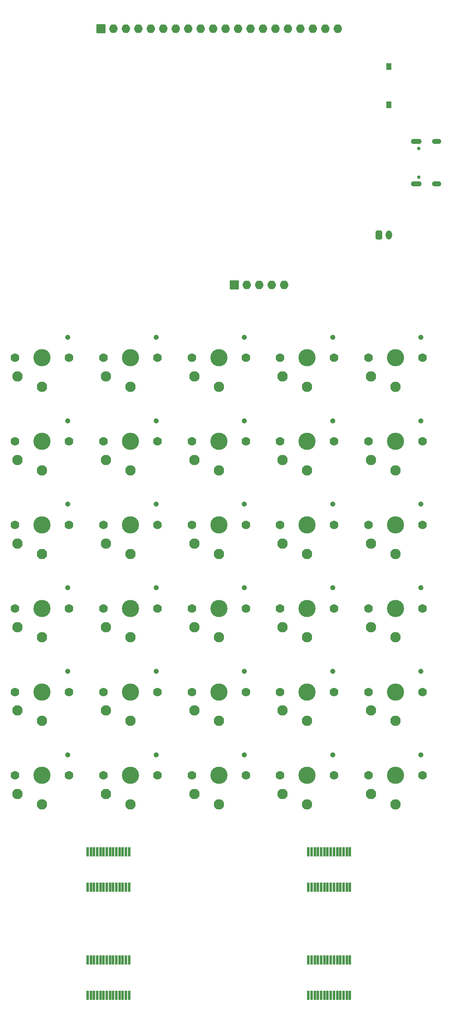
<source format=gbr>
%TF.GenerationSoftware,KiCad,Pcbnew,8.0.7*%
%TF.CreationDate,2024-12-27T14:43:48-05:00*%
%TF.ProjectId,rp2040-programmer-calculator,72703230-3430-42d7-9072-6f6772616d6d,rev?*%
%TF.SameCoordinates,Original*%
%TF.FileFunction,Soldermask,Bot*%
%TF.FilePolarity,Negative*%
%FSLAX46Y46*%
G04 Gerber Fmt 4.6, Leading zero omitted, Abs format (unit mm)*
G04 Created by KiCad (PCBNEW 8.0.7) date 2024-12-27 14:43:48*
%MOMM*%
%LPD*%
G01*
G04 APERTURE LIST*
G04 Aperture macros list*
%AMRoundRect*
0 Rectangle with rounded corners*
0 $1 Rounding radius*
0 $2 $3 $4 $5 $6 $7 $8 $9 X,Y pos of 4 corners*
0 Add a 4 corners polygon primitive as box body*
4,1,4,$2,$3,$4,$5,$6,$7,$8,$9,$2,$3,0*
0 Add four circle primitives for the rounded corners*
1,1,$1+$1,$2,$3*
1,1,$1+$1,$4,$5*
1,1,$1+$1,$6,$7*
1,1,$1+$1,$8,$9*
0 Add four rect primitives between the rounded corners*
20,1,$1+$1,$2,$3,$4,$5,0*
20,1,$1+$1,$4,$5,$6,$7,0*
20,1,$1+$1,$6,$7,$8,$9,0*
20,1,$1+$1,$8,$9,$2,$3,0*%
G04 Aperture macros list end*
%ADD10C,1.777800*%
%ADD11C,3.505000*%
%ADD12C,1.066600*%
%ADD13C,2.108000*%
%ADD14RoundRect,0.038000X0.850000X-0.850000X0.850000X0.850000X-0.850000X0.850000X-0.850000X-0.850000X0*%
%ADD15O,1.776000X1.776000*%
%ADD16C,0.726000*%
%ADD17O,2.176000X1.076000*%
%ADD18O,1.876000X1.076000*%
%ADD19RoundRect,0.038000X0.500000X-0.625000X0.500000X0.625000X-0.500000X0.625000X-0.500000X-0.625000X0*%
%ADD20RoundRect,0.265833X0.372167X0.647167X-0.372167X0.647167X-0.372167X-0.647167X0.372167X-0.647167X0*%
%ADD21O,1.276000X1.826000*%
%ADD22RoundRect,0.038000X0.225000X-0.875000X0.225000X0.875000X-0.225000X0.875000X-0.225000X-0.875000X0*%
%ADD23RoundRect,0.038000X-0.850000X0.850000X-0.850000X-0.850000X0.850000X-0.850000X0.850000X0.850000X0*%
G04 APERTURE END LIST*
D10*
%TO.C,SW53*%
X44500000Y-158000000D03*
D11*
X50000000Y-158000000D03*
D12*
X55220000Y-153800000D03*
D10*
X55500000Y-158000000D03*
D13*
X50000000Y-163900000D03*
X45000000Y-161800000D03*
%TD*%
D10*
%TO.C,SW55*%
X80500000Y-158000000D03*
D11*
X86000000Y-158000000D03*
D12*
X91220000Y-153800000D03*
D10*
X91500000Y-158000000D03*
D13*
X86000000Y-163900000D03*
X81000000Y-161800000D03*
%TD*%
D10*
%TO.C,SW59*%
X62500000Y-175000000D03*
D11*
X68000000Y-175000000D03*
D12*
X73220000Y-170800000D03*
D10*
X73500000Y-175000000D03*
D13*
X68000000Y-180900000D03*
X63000000Y-178800000D03*
%TD*%
D10*
%TO.C,SW46*%
X98500000Y-124000000D03*
D11*
X104000000Y-124000000D03*
D12*
X109220000Y-119800000D03*
D10*
X109500000Y-124000000D03*
D13*
X104000000Y-129900000D03*
X99000000Y-127800000D03*
%TD*%
D10*
%TO.C,SW40*%
X80500000Y-107000000D03*
D11*
X86000000Y-107000000D03*
D12*
X91220000Y-102800000D03*
D10*
X91500000Y-107000000D03*
D13*
X86000000Y-112900000D03*
X81000000Y-110800000D03*
%TD*%
D10*
%TO.C,SW48*%
X44500000Y-141000000D03*
D11*
X50000000Y-141000000D03*
D12*
X55220000Y-136800000D03*
D10*
X55500000Y-141000000D03*
D13*
X50000000Y-146900000D03*
X45000000Y-144800000D03*
%TD*%
D10*
%TO.C,SW49*%
X62500000Y-141000000D03*
D11*
X68000000Y-141000000D03*
D12*
X73220000Y-136800000D03*
D10*
X73500000Y-141000000D03*
D13*
X68000000Y-146900000D03*
X63000000Y-144800000D03*
%TD*%
D10*
%TO.C,SW42*%
X116500000Y-107000000D03*
D11*
X122000000Y-107000000D03*
D12*
X127220000Y-102800000D03*
D10*
X127500000Y-107000000D03*
D13*
X122000000Y-112900000D03*
X117000000Y-110800000D03*
%TD*%
D10*
%TO.C,SW43*%
X44500000Y-124000000D03*
D11*
X50000000Y-124000000D03*
D12*
X55220000Y-119800000D03*
D10*
X55500000Y-124000000D03*
D13*
X50000000Y-129900000D03*
X45000000Y-127800000D03*
%TD*%
D10*
%TO.C,SW58*%
X44500000Y-175000000D03*
D11*
X50000000Y-175000000D03*
D12*
X55220000Y-170800000D03*
D10*
X55500000Y-175000000D03*
D13*
X50000000Y-180900000D03*
X45000000Y-178800000D03*
%TD*%
D10*
%TO.C,SW54*%
X62500000Y-158000000D03*
D11*
X68000000Y-158000000D03*
D12*
X73220000Y-153800000D03*
D10*
X73500000Y-158000000D03*
D13*
X68000000Y-163900000D03*
X63000000Y-161800000D03*
%TD*%
D10*
%TO.C,SW47*%
X116500000Y-124000000D03*
D11*
X122000000Y-124000000D03*
D12*
X127220000Y-119800000D03*
D10*
X127500000Y-124000000D03*
D13*
X122000000Y-129900000D03*
X117000000Y-127800000D03*
%TD*%
D10*
%TO.C,SW56*%
X98500000Y-158000000D03*
D11*
X104000000Y-158000000D03*
D12*
X109220000Y-153800000D03*
D10*
X109500000Y-158000000D03*
D13*
X104000000Y-163900000D03*
X99000000Y-161800000D03*
%TD*%
D10*
%TO.C,SW38*%
X44500000Y-107000000D03*
D11*
X50000000Y-107000000D03*
D12*
X55220000Y-102800000D03*
D10*
X55500000Y-107000000D03*
D13*
X50000000Y-112900000D03*
X45000000Y-110800000D03*
%TD*%
D10*
%TO.C,SW62*%
X116500000Y-175000000D03*
D11*
X122000000Y-175000000D03*
D12*
X127220000Y-170800000D03*
D10*
X127500000Y-175000000D03*
D13*
X122000000Y-180900000D03*
X117000000Y-178800000D03*
%TD*%
D10*
%TO.C,SW44*%
X62500000Y-124000000D03*
D11*
X68000000Y-124000000D03*
D12*
X73220000Y-119800000D03*
D10*
X73500000Y-124000000D03*
D13*
X68000000Y-129900000D03*
X63000000Y-127800000D03*
%TD*%
D10*
%TO.C,SW33*%
X44500000Y-90000000D03*
D11*
X50000000Y-90000000D03*
D12*
X55220000Y-85800000D03*
D10*
X55500000Y-90000000D03*
D13*
X50000000Y-95900000D03*
X45000000Y-93800000D03*
%TD*%
D10*
%TO.C,SW34*%
X62500000Y-90000000D03*
D11*
X68000000Y-90000000D03*
D12*
X73220000Y-85800000D03*
D10*
X73500000Y-90000000D03*
D13*
X68000000Y-95900000D03*
X63000000Y-93800000D03*
%TD*%
D10*
%TO.C,SW35*%
X80500000Y-90000000D03*
D11*
X86000000Y-90000000D03*
D12*
X91220000Y-85800000D03*
D10*
X91500000Y-90000000D03*
D13*
X86000000Y-95900000D03*
X81000000Y-93800000D03*
%TD*%
D14*
%TO.C,U7*%
X62000000Y-23000000D03*
D15*
X64540000Y-23000000D03*
X67080000Y-23000000D03*
X69620000Y-23000000D03*
X72160000Y-23000000D03*
X74700000Y-23000000D03*
X77240000Y-23000000D03*
X79780000Y-23000000D03*
X82320000Y-23000000D03*
X84860000Y-23000000D03*
X87400000Y-23000000D03*
X89940000Y-23000000D03*
X92480000Y-23000000D03*
X95020000Y-23000000D03*
X97560000Y-23000000D03*
X100100000Y-23000000D03*
X102640000Y-23000000D03*
X105180000Y-23000000D03*
X107720000Y-23000000D03*
X110260000Y-23000000D03*
%TD*%
D10*
%TO.C,SW39*%
X62500000Y-107000000D03*
D11*
X68000000Y-107000000D03*
D12*
X73220000Y-102800000D03*
D10*
X73500000Y-107000000D03*
D13*
X68000000Y-112900000D03*
X63000000Y-110800000D03*
%TD*%
D10*
%TO.C,SW61*%
X98500000Y-175000000D03*
D11*
X104000000Y-175000000D03*
D12*
X109220000Y-170800000D03*
D10*
X109500000Y-175000000D03*
D13*
X104000000Y-180900000D03*
X99000000Y-178800000D03*
%TD*%
D10*
%TO.C,SW60*%
X80500000Y-175000000D03*
D11*
X86000000Y-175000000D03*
D12*
X91220000Y-170800000D03*
D10*
X91500000Y-175000000D03*
D13*
X86000000Y-180900000D03*
X81000000Y-178800000D03*
%TD*%
D10*
%TO.C,SW57*%
X116500000Y-158000000D03*
D11*
X122000000Y-158000000D03*
D12*
X127220000Y-153800000D03*
D10*
X127500000Y-158000000D03*
D13*
X122000000Y-163900000D03*
X117000000Y-161800000D03*
%TD*%
D10*
%TO.C,SW41*%
X98500000Y-107000000D03*
D11*
X104000000Y-107000000D03*
D12*
X109220000Y-102800000D03*
D10*
X109500000Y-107000000D03*
D13*
X104000000Y-112900000D03*
X99000000Y-110800000D03*
%TD*%
D10*
%TO.C,SW51*%
X98500000Y-141000000D03*
D11*
X104000000Y-141000000D03*
D12*
X109220000Y-136800000D03*
D10*
X109500000Y-141000000D03*
D13*
X104000000Y-146900000D03*
X99000000Y-144800000D03*
%TD*%
D10*
%TO.C,SW36*%
X98500000Y-90000000D03*
D11*
X104000000Y-90000000D03*
D12*
X109220000Y-85800000D03*
D10*
X109500000Y-90000000D03*
D13*
X104000000Y-95900000D03*
X99000000Y-93800000D03*
%TD*%
D10*
%TO.C,SW45*%
X80500000Y-124000000D03*
D11*
X86000000Y-124000000D03*
D12*
X91220000Y-119800000D03*
D10*
X91500000Y-124000000D03*
D13*
X86000000Y-129900000D03*
X81000000Y-127800000D03*
%TD*%
D16*
%TO.C,J1*%
X126738000Y-53180000D03*
X126738000Y-47400000D03*
D17*
X126238000Y-54610000D03*
D18*
X130418000Y-54610000D03*
D17*
X126238000Y-45970000D03*
D18*
X130418000Y-45970000D03*
%TD*%
D10*
%TO.C,SW37*%
X116500000Y-90000000D03*
D11*
X122000000Y-90000000D03*
D12*
X127220000Y-85800000D03*
D10*
X127500000Y-90000000D03*
D13*
X122000000Y-95900000D03*
X117000000Y-93800000D03*
%TD*%
D10*
%TO.C,SW50*%
X80500000Y-141000000D03*
D11*
X86000000Y-141000000D03*
D12*
X91220000Y-136800000D03*
D10*
X91500000Y-141000000D03*
D13*
X86000000Y-146900000D03*
X81000000Y-144800000D03*
%TD*%
D10*
%TO.C,SW52*%
X116500000Y-141000000D03*
D11*
X122000000Y-141000000D03*
D12*
X127220000Y-136800000D03*
D10*
X127500000Y-141000000D03*
D13*
X122000000Y-146900000D03*
X117000000Y-144800000D03*
%TD*%
D19*
%TO.C,SW63*%
X120649000Y-38471000D03*
X120649000Y-30721000D03*
%TD*%
D20*
%TO.C,BT1*%
X118650000Y-65000000D03*
D21*
X120650000Y-65000000D03*
%TD*%
D22*
%TO.C,U2*%
X112725000Y-219725000D03*
X112075000Y-219725000D03*
X111425000Y-219725000D03*
X110775000Y-219725000D03*
X110125000Y-219725000D03*
X109475000Y-219725000D03*
X108825000Y-219725000D03*
X108175000Y-219725000D03*
X107525000Y-219725000D03*
X106875000Y-219725000D03*
X106225000Y-219725000D03*
X105575000Y-219725000D03*
X104925000Y-219725000D03*
X104275000Y-219725000D03*
X104275000Y-212525000D03*
X104925000Y-212525000D03*
X105575000Y-212525000D03*
X106225000Y-212525000D03*
X106875000Y-212525000D03*
X107525000Y-212525000D03*
X108175000Y-212525000D03*
X108825000Y-212525000D03*
X109475000Y-212525000D03*
X110125000Y-212525000D03*
X110775000Y-212525000D03*
X111425000Y-212525000D03*
X112075000Y-212525000D03*
X112725000Y-212525000D03*
%TD*%
%TO.C,U3*%
X67725000Y-219725000D03*
X67075000Y-219725000D03*
X66425000Y-219725000D03*
X65775000Y-219725000D03*
X65125000Y-219725000D03*
X64475000Y-219725000D03*
X63825000Y-219725000D03*
X63175000Y-219725000D03*
X62525000Y-219725000D03*
X61875000Y-219725000D03*
X61225000Y-219725000D03*
X60575000Y-219725000D03*
X59925000Y-219725000D03*
X59275000Y-219725000D03*
X59275000Y-212525000D03*
X59925000Y-212525000D03*
X60575000Y-212525000D03*
X61225000Y-212525000D03*
X61875000Y-212525000D03*
X62525000Y-212525000D03*
X63175000Y-212525000D03*
X63825000Y-212525000D03*
X64475000Y-212525000D03*
X65125000Y-212525000D03*
X65775000Y-212525000D03*
X66425000Y-212525000D03*
X67075000Y-212525000D03*
X67725000Y-212525000D03*
%TD*%
D23*
%TO.C,J2*%
X89154000Y-75184000D03*
D15*
X91694000Y-75184000D03*
X94234000Y-75184000D03*
X96774000Y-75184000D03*
X99314000Y-75184000D03*
%TD*%
D22*
%TO.C,U5*%
X67725000Y-197725000D03*
X67075000Y-197725000D03*
X66425000Y-197725000D03*
X65775000Y-197725000D03*
X65125000Y-197725000D03*
X64475000Y-197725000D03*
X63825000Y-197725000D03*
X63175000Y-197725000D03*
X62525000Y-197725000D03*
X61875000Y-197725000D03*
X61225000Y-197725000D03*
X60575000Y-197725000D03*
X59925000Y-197725000D03*
X59275000Y-197725000D03*
X59275000Y-190525000D03*
X59925000Y-190525000D03*
X60575000Y-190525000D03*
X61225000Y-190525000D03*
X61875000Y-190525000D03*
X62525000Y-190525000D03*
X63175000Y-190525000D03*
X63825000Y-190525000D03*
X64475000Y-190525000D03*
X65125000Y-190525000D03*
X65775000Y-190525000D03*
X66425000Y-190525000D03*
X67075000Y-190525000D03*
X67725000Y-190525000D03*
%TD*%
%TO.C,U4*%
X112725000Y-197725000D03*
X112075000Y-197725000D03*
X111425000Y-197725000D03*
X110775000Y-197725000D03*
X110125000Y-197725000D03*
X109475000Y-197725000D03*
X108825000Y-197725000D03*
X108175000Y-197725000D03*
X107525000Y-197725000D03*
X106875000Y-197725000D03*
X106225000Y-197725000D03*
X105575000Y-197725000D03*
X104925000Y-197725000D03*
X104275000Y-197725000D03*
X104275000Y-190525000D03*
X104925000Y-190525000D03*
X105575000Y-190525000D03*
X106225000Y-190525000D03*
X106875000Y-190525000D03*
X107525000Y-190525000D03*
X108175000Y-190525000D03*
X108825000Y-190525000D03*
X109475000Y-190525000D03*
X110125000Y-190525000D03*
X110775000Y-190525000D03*
X111425000Y-190525000D03*
X112075000Y-190525000D03*
X112725000Y-190525000D03*
%TD*%
M02*

</source>
